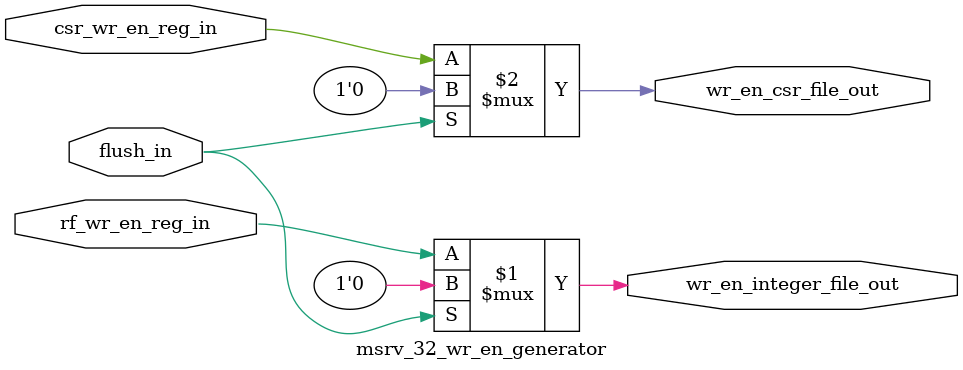
<source format=v>
module msrv_32_wr_en_generator(
	input wire flush_in,
	input wire rf_wr_en_reg_in,
	input wire csr_wr_en_reg_in,
	output wire wr_en_integer_file_out,
	output wire wr_en_csr_file_out);

assign wr_en_integer_file_out = (flush_in) ? 1'b0 : rf_wr_en_reg_in;
assign wr_en_csr_file_out     = (flush_in) ? 1'b0 : csr_wr_en_reg_in;
endmodule

</source>
